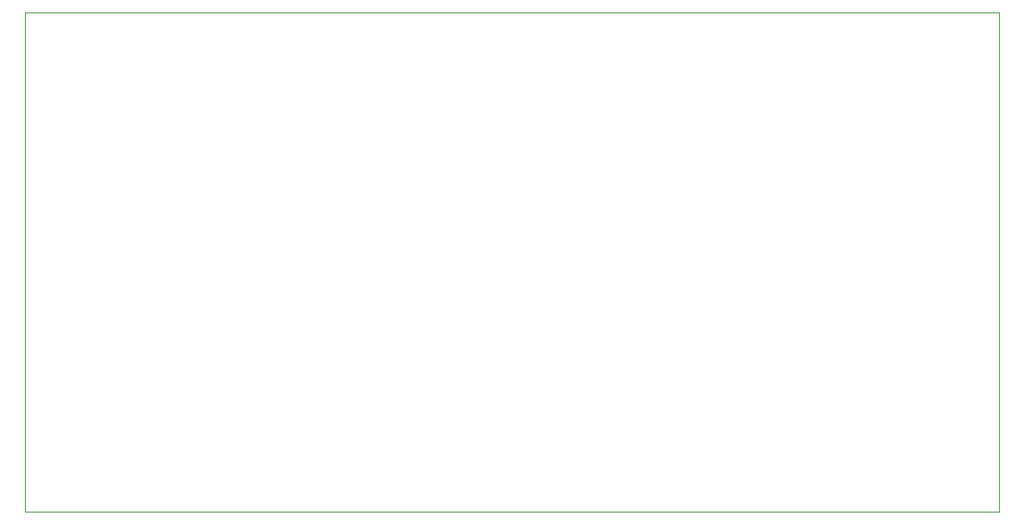
<source format=gbr>
%TF.GenerationSoftware,KiCad,Pcbnew,(6.0.6)*%
%TF.CreationDate,2022-10-04T18:50:56+01:00*%
%TF.ProjectId,VideoTrigger,56696465-6f54-4726-9967-6765722e6b69,rev?*%
%TF.SameCoordinates,Original*%
%TF.FileFunction,Profile,NP*%
%FSLAX46Y46*%
G04 Gerber Fmt 4.6, Leading zero omitted, Abs format (unit mm)*
G04 Created by KiCad (PCBNEW (6.0.6)) date 2022-10-04 18:50:56*
%MOMM*%
%LPD*%
G01*
G04 APERTURE LIST*
%TA.AperFunction,Profile*%
%ADD10C,0.100000*%
%TD*%
G04 APERTURE END LIST*
D10*
X109220000Y-111760000D02*
X208280000Y-111760000D01*
X208280000Y-111760000D02*
X208280000Y-162560000D01*
X208280000Y-162560000D02*
X109220000Y-162560000D01*
X109220000Y-162560000D02*
X109220000Y-111760000D01*
M02*

</source>
